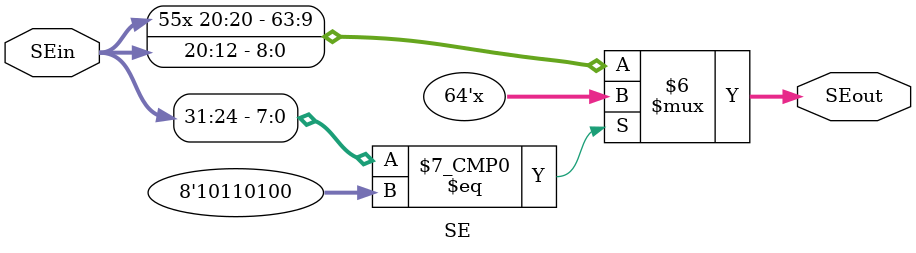
<source format=v>
`timescale 1ns / 1ps
module SE(SEin, SEout);
		input [31:0]SEin;
	   output [63:0] SEout;
		
		
		always @(SEin)
			case(SEin [31:24])
			 8'b10110100: SEOut = {{ 45{SEin[23]}}, SEin[23:5]};
			default SEout = {{55{SEin[20]}}, SEin[20:12]};
		endcase
		
endmodule

</source>
